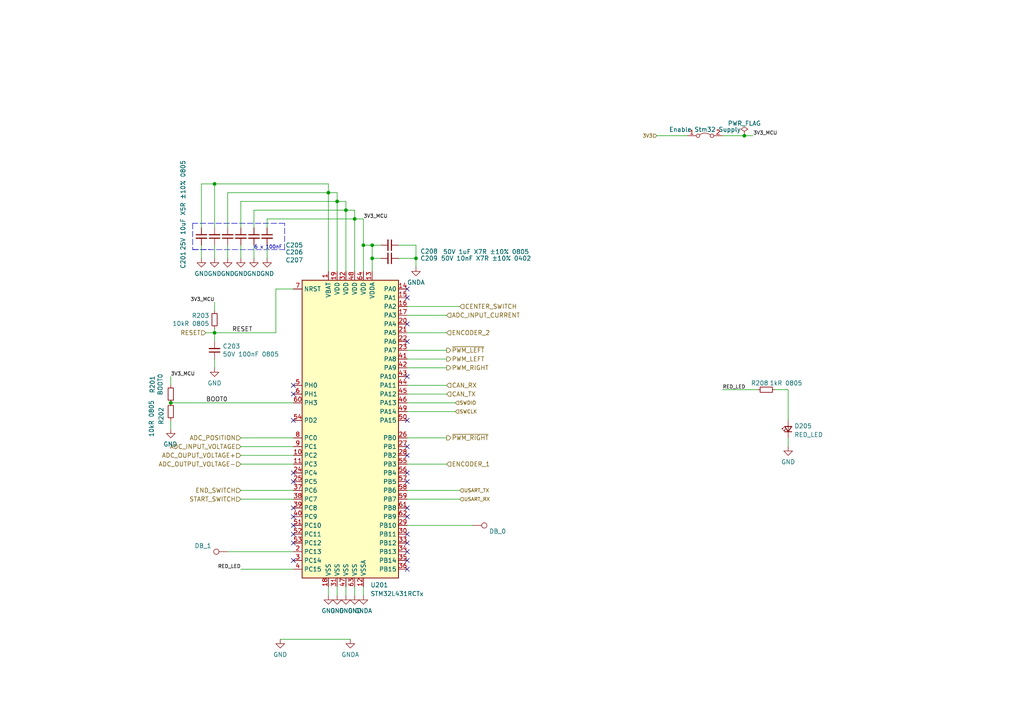
<source format=kicad_sch>
(kicad_sch (version 20250114) (generator "eeschema") (generator_version "9.0")
  (paper "A4")
  (lib_symbols
    (symbol "Connector:TestPoint" (pin_numbers (hide yes)) (pin_names (offset 0.762) (hide yes))
      (property "Reference" "TP" (at 0 6.858 0))
      (property "Value" "TestPoint" (at 0 5.08 0))
      (symbol "TestPoint_0_1"
        (circle (center 0 3.302) (radius 0.762))
      )
      (symbol "TestPoint_1_1"
        (pin passive line (at 0 0 90) (length 2.54) (name "1") (number "1"))
      )
    )
    (symbol "Device:C_Small" (pin_numbers (hide yes)) (pin_names (offset 0.254) (hide yes))
      (property "Reference" "C" (at 0.254 1.778 0))
      (property "Value" "C_Small" (at 0.254 -2.032 0))
      (symbol "C_Small_0_1"
        (polyline (pts (xy -1.524 0.508) (xy 1.524 0.508)) (stroke (width 0.3048)))
        (polyline (pts (xy -1.524 -0.508) (xy 1.524 -0.508)) (stroke (width 0.3302)))
      )
      (symbol "C_Small_1_1"
        (pin passive line (at 0 2.54 270) (length 2.032) (name "~") (number "1"))
        (pin passive line (at 0 -2.54 90) (length 2.032) (name "~") (number "2"))
      )
    )
    (symbol "Device:LED_Small" (pin_numbers (hide yes)) (pin_names (offset 0.254) (hide yes))
      (property "Reference" "D" (at -1.27 3.175 0))
      (property "Value" "LED_Small" (at -4.445 -2.54 0))
      (symbol "LED_Small_0_1"
        (polyline (pts (xy -0.762 -1.016) (xy -0.762 1.016)) (stroke (width 0.254)))
        (polyline (pts (xy 0 0.762) (xy -0.508 1.27) (xy -0.254 1.27) (xy -0.508 1.27) (xy -0.508 1.016)))
        (polyline (pts (xy 0.508 1.27) (xy 0 1.778) (xy 0.254 1.778) (xy 0 1.778) (xy 0 1.524)))
        (polyline (pts (xy 0.762 -1.016) (xy -0.762 0) (xy 0.762 1.016) (xy 0.762 -1.016)) (stroke (width 0.254)))
        (polyline (pts (xy 1.016 0) (xy -0.762 0)))
      )
      (symbol "LED_Small_1_1"
        (pin passive line (at -2.54 0 0) (length 1.778) (name "K") (number "1"))
        (pin passive line (at 2.54 0 180) (length 1.778) (name "A") (number "2"))
      )
    )
    (symbol "Device:R_Small" (pin_numbers (hide yes)) (pin_names (offset 0.254) (hide yes))
      (property "Reference" "R" (at 0.762 0.508 0))
      (property "Value" "R_Small" (at 0.762 -1.016 0))
      (symbol "R_Small_0_1"
        (rectangle (start -0.762 1.778) (end 0.762 -1.778) (stroke (width 0.2032)))
      )
      (symbol "R_Small_1_1"
        (pin passive line (at 0 2.54 270) (length 0.762) (name "~") (number "1"))
        (pin passive line (at 0 -2.54 90) (length 0.762) (name "~") (number "2"))
      )
    )
    (symbol "Jumper:Jumper_2_Bridged" (pin_names (offset 0) (hide yes))
      (property "Reference" "JP" (at 0 1.905 0))
      (property "Value" "Jumper_2_Bridged" (at 0 -2.54 0))
      (symbol "Jumper_2_Bridged_0_0"
        (circle (center -2.032 0) (radius 0.508))
        (circle (center 2.032 0) (radius 0.508))
      )
      (symbol "Jumper_2_Bridged_0_1"
        (arc (start -1.524 0.254) (mid 0 0.762) (end 1.524 0.254))
      )
      (symbol "Jumper_2_Bridged_1_1"
        (pin passive line (at -5.08 0 0) (length 2.54) (name "A") (number "1"))
        (pin passive line (at 5.08 0 180) (length 2.54) (name "B") (number "2"))
      )
    )
    (symbol "MCU_ST_STM32L4:STM32L431RCTx"
      (property "Reference" "U" (at -15.24 44.45 0))
      (property "Value" "STM32L431RCTx" (at 7.62 44.45 0))
      (symbol "STM32L431RCTx_0_1"
        (rectangle (start -15.24 -43.18) (end 12.7 43.18) (stroke (width 0.254)) (fill (type background)))
      )
      (symbol "STM32L431RCTx_1_1"
        (pin input line (at -17.78 40.64 0) (length 2.54) (name "NRST") (number "7"))
        (pin input line (at -17.78 12.7 0) (length 2.54) (name "PH0") (number "5"))
        (pin input line (at -17.78 10.16 0) (length 2.54) (name "PH1") (number "6"))
        (pin bidirectional line (at -17.78 7.62 0) (length 2.54) (name "PH3") (number "60"))
        (pin bidirectional line (at -17.78 2.54 0) (length 2.54) (name "PD2") (number "54"))
        (pin bidirectional line (at -17.78 -2.54 0) (length 2.54) (name "PC0") (number "8"))
        (pin bidirectional line (at -17.78 -5.08 0) (length 2.54) (name "PC1") (number "9"))
        (pin bidirectional line (at -17.78 -7.62 0) (length 2.54) (name "PC2") (number "10"))
        (pin bidirectional line (at -17.78 -10.16 0) (length 2.54) (name "PC3") (number "11"))
        (pin bidirectional line (at -17.78 -12.7 0) (length 2.54) (name "PC4") (number "24"))
        (pin bidirectional line (at -17.78 -15.24 0) (length 2.54) (name "PC5") (number "25"))
        (pin bidirectional line (at -17.78 -17.78 0) (length 2.54) (name "PC6") (number "37"))
        (pin bidirectional line (at -17.78 -20.32 0) (length 2.54) (name "PC7") (number "38"))
        (pin bidirectional line (at -17.78 -22.86 0) (length 2.54) (name "PC8") (number "39"))
        (pin bidirectional line (at -17.78 -25.4 0) (length 2.54) (name "PC9") (number "40"))
        (pin bidirectional line (at -17.78 -27.94 0) (length 2.54) (name "PC10") (number "51"))
        (pin bidirectional line (at -17.78 -30.48 0) (length 2.54) (name "PC11") (number "52"))
        (pin bidirectional line (at -17.78 -33.02 0) (length 2.54) (name "PC12") (number "53"))
        (pin bidirectional line (at -17.78 -35.56 0) (length 2.54) (name "PC13") (number "2"))
        (pin bidirectional line (at -17.78 -38.1 0) (length 2.54) (name "PC14") (number "3"))
        (pin bidirectional line (at -17.78 -40.64 0) (length 2.54) (name "PC15") (number "4"))
        (pin power_in line (at -7.62 45.72 270) (length 2.54) (name "VBAT") (number "1"))
        (pin power_in line (at -7.62 -45.72 90) (length 2.54) (name "VSS") (number "18"))
        (pin power_in line (at -5.08 45.72 270) (length 2.54) (name "VDD") (number "19"))
        (pin power_in line (at -5.08 -45.72 90) (length 2.54) (name "VSS") (number "31"))
        (pin power_in line (at -2.54 45.72 270) (length 2.54) (name "VDD") (number "32"))
        (pin power_in line (at -2.54 -45.72 90) (length 2.54) (name "VSS") (number "47"))
        (pin power_in line (at 0 45.72 270) (length 2.54) (name "VDD") (number "48"))
        (pin power_in line (at 0 -45.72 90) (length 2.54) (name "VSS") (number "63"))
        (pin power_in line (at 2.54 45.72 270) (length 2.54) (name "VDD") (number "64"))
        (pin power_in line (at 2.54 -45.72 90) (length 2.54) (name "VSSA") (number "12"))
        (pin power_in line (at 5.08 45.72 270) (length 2.54) (name "VDDA") (number "13"))
        (pin bidirectional line (at 15.24 40.64 180) (length 2.54) (name "PA0") (number "14"))
        (pin bidirectional line (at 15.24 38.1 180) (length 2.54) (name "PA1") (number "15"))
        (pin bidirectional line (at 15.24 35.56 180) (length 2.54) (name "PA2") (number "16"))
        (pin bidirectional line (at 15.24 33.02 180) (length 2.54) (name "PA3") (number "17"))
        (pin bidirectional line (at 15.24 30.48 180) (length 2.54) (name "PA4") (number "20"))
        (pin bidirectional line (at 15.24 27.94 180) (length 2.54) (name "PA5") (number "21"))
        (pin bidirectional line (at 15.24 25.4 180) (length 2.54) (name "PA6") (number "22"))
        (pin bidirectional line (at 15.24 22.86 180) (length 2.54) (name "PA7") (number "23"))
        (pin bidirectional line (at 15.24 20.32 180) (length 2.54) (name "PA8") (number "41"))
        (pin bidirectional line (at 15.24 17.78 180) (length 2.54) (name "PA9") (number "42"))
        (pin bidirectional line (at 15.24 15.24 180) (length 2.54) (name "PA10") (number "43"))
        (pin bidirectional line (at 15.24 12.7 180) (length 2.54) (name "PA11") (number "44"))
        (pin bidirectional line (at 15.24 10.16 180) (length 2.54) (name "PA12") (number "45"))
        (pin bidirectional line (at 15.24 7.62 180) (length 2.54) (name "PA13") (number "46"))
        (pin bidirectional line (at 15.24 5.08 180) (length 2.54) (name "PA14") (number "49"))
        (pin bidirectional line (at 15.24 2.54 180) (length 2.54) (name "PA15") (number "50"))
        (pin bidirectional line (at 15.24 -2.54 180) (length 2.54) (name "PB0") (number "26"))
        (pin bidirectional line (at 15.24 -5.08 180) (length 2.54) (name "PB1") (number "27"))
        (pin bidirectional line (at 15.24 -7.62 180) (length 2.54) (name "PB2") (number "28"))
        (pin bidirectional line (at 15.24 -10.16 180) (length 2.54) (name "PB3") (number "55"))
        (pin bidirectional line (at 15.24 -12.7 180) (length 2.54) (name "PB4") (number "56"))
        (pin bidirectional line (at 15.24 -15.24 180) (length 2.54) (name "PB5") (number "57"))
        (pin bidirectional line (at 15.24 -17.78 180) (length 2.54) (name "PB6") (number "58"))
        (pin bidirectional line (at 15.24 -20.32 180) (length 2.54) (name "PB7") (number "59"))
        (pin bidirectional line (at 15.24 -22.86 180) (length 2.54) (name "PB8") (number "61"))
        (pin bidirectional line (at 15.24 -25.4 180) (length 2.54) (name "PB9") (number "62"))
        (pin bidirectional line (at 15.24 -27.94 180) (length 2.54) (name "PB10") (number "29"))
        (pin bidirectional line (at 15.24 -30.48 180) (length 2.54) (name "PB11") (number "30"))
        (pin bidirectional line (at 15.24 -33.02 180) (length 2.54) (name "PB12") (number "33"))
        (pin bidirectional line (at 15.24 -35.56 180) (length 2.54) (name "PB13") (number "34"))
        (pin bidirectional line (at 15.24 -38.1 180) (length 2.54) (name "PB14") (number "35"))
        (pin bidirectional line (at 15.24 -40.64 180) (length 2.54) (name "PB15") (number "36"))
      )
    )
    (symbol "power:GND" (power) (pin_names (offset 0))
      (property "Value" "GND" (at 0 -3.81 0))
      (symbol "GND_0_1"
        (polyline (pts (xy 0 0) (xy 0 -1.27) (xy 1.27 -1.27) (xy 0 -2.54) (xy -1.27 -1.27) (xy 0 -1.27)))
      )
      (symbol "GND_1_1"
        (pin power_in line (at 0 0 270) (length 0) (hide yes) (name "GND") (number "1"))
      )
    )
    (symbol "power:GNDA" (power) (pin_names (offset 0))
      (property "Value" "GNDA" (at 0 -3.81 0))
      (symbol "GNDA_0_1"
        (polyline (pts (xy 0 0) (xy 0 -1.27) (xy 1.27 -1.27) (xy 0 -2.54) (xy -1.27 -1.27) (xy 0 -1.27)))
      )
      (symbol "GNDA_1_1"
        (pin power_in line (at 0 0 270) (length 0) (hide yes) (name "GNDA") (number "1"))
      )
    )
    (symbol "power:PWR_FLAG" (power) (pin_numbers (hide yes)) (pin_names (offset 0) (hide yes))
      (property "Value" "PWR_FLAG" (at 0 3.81 0))
      (symbol "PWR_FLAG_0_0"
        (pin power_out line (at 0 0 90) (length 0) (name "pwr") (number "1"))
      )
      (symbol "PWR_FLAG_0_1"
        (polyline (pts (xy 0 0) (xy 0 1.27) (xy -1.016 1.905) (xy 0 2.54) (xy 1.016 1.905) (xy 0 1.27)))
      )
    )
  )
  (text "6 x 100nF" (at 73.66 72.39 0) (effects (font (size 1.016 1.016)) (justify left bottom)))
  (junction (at 62.23 53.34))
  (junction (at 95.25 55.88))
  (junction (at 105.41 71.12))
  (junction (at 120.65 74.93))
  (junction (at 100.33 60.96))
  (junction (at 62.23 96.52))
  (junction (at 102.87 63.5))
  (junction (at 107.95 71.12))
  (junction (at 215.9 39.37))
  (junction (at 97.79 58.42))
  (junction (at 49.53 116.84))
  (junction (at 107.95 74.93))
  (no_connect (at 118.11 132.08))
  (no_connect (at 85.09 114.3))
  (no_connect (at 85.09 149.86))
  (no_connect (at 118.11 121.92))
  (no_connect (at 85.09 147.32))
  (no_connect (at 85.09 111.76))
  (no_connect (at 118.11 157.48))
  (no_connect (at 118.11 147.32))
  (no_connect (at 118.11 149.86))
  (no_connect (at 118.11 109.22))
  (no_connect (at 85.09 154.94))
  (no_connect (at 118.11 86.36))
  (no_connect (at 118.11 137.16))
  (no_connect (at 85.09 157.48))
  (no_connect (at 118.11 93.98))
  (no_connect (at 118.11 139.7))
  (no_connect (at 85.09 152.4))
  (no_connect (at 118.11 165.1))
  (no_connect (at 118.11 83.82))
  (no_connect (at 118.11 99.06))
  (no_connect (at 118.11 154.94))
  (no_connect (at 85.09 139.7))
  (no_connect (at 85.09 137.16))
  (no_connect (at 118.11 162.56))
  (no_connect (at 118.11 160.02))
  (no_connect (at 85.09 162.56))
  (no_connect (at 118.11 129.54))
  (no_connect (at 85.09 121.92))
  (wire (pts (xy 118.11 144.78) (xy 133.35 144.78)))
  (wire (pts (xy 81.28 185.42) (xy 101.6 185.42)))
  (wire (pts (xy 49.53 121.92) (xy 49.53 124.46)))
  (wire (pts (xy 95.25 170.18) (xy 95.25 172.72)))
  (wire (pts (xy 228.6 127) (xy 228.6 129.54)))
  (wire (pts (xy 105.41 63.5) (xy 105.41 71.12)))
  (wire (pts (xy 118.11 134.62) (xy 129.54 134.62)))
  (wire (pts (xy 66.04 55.88) (xy 95.25 55.88)))
  (wire (pts (xy 118.11 101.6) (xy 129.54 101.6)))
  (wire (pts (xy 120.65 71.12) (xy 120.65 74.93)))
  (wire (pts (xy 69.85 134.62) (xy 85.09 134.62)))
  (wire (pts (xy 107.95 71.12) (xy 110.49 71.12)))
  (wire (pts (xy 100.33 60.96) (xy 102.87 60.96)))
  (wire (pts (xy 73.66 71.12) (xy 73.66 74.93)))
  (wire (pts (xy 97.79 170.18) (xy 97.79 172.72)))
  (wire (pts (xy 80.01 83.82) (xy 85.09 83.82)))
  (wire (pts (xy 66.04 71.12) (xy 66.04 74.93)))
  (wire (pts (xy 118.11 119.38) (xy 132.08 119.38)))
  (wire (pts (xy 118.11 114.3) (xy 129.54 114.3)))
  (wire (pts (xy 209.55 113.03) (xy 219.71 113.03)))
  (wire (pts (xy 69.85 129.54) (xy 85.09 129.54)))
  (wire (pts (xy 85.09 142.24) (xy 69.85 142.24)))
  (wire (pts (xy 95.25 55.88) (xy 95.25 78.74)))
  (wire (pts (xy 69.85 71.12) (xy 69.85 74.93)))
  (wire (pts (xy 77.47 71.12) (xy 77.47 74.93)))
  (polyline (pts (xy 55.88 72.39) (xy 82.55 72.39)) (stroke (width 0) (type dash)))
  (wire (pts (xy 100.33 170.18) (xy 100.33 172.72)))
  (wire (pts (xy 58.42 71.12) (xy 58.42 74.93)))
  (wire (pts (xy 105.41 170.18) (xy 105.41 172.72)))
  (wire (pts (xy 102.87 63.5) (xy 102.87 78.74)))
  (wire (pts (xy 102.87 170.18) (xy 102.87 172.72)))
  (wire (pts (xy 97.79 58.42) (xy 97.79 78.74)))
  (wire (pts (xy 118.11 127) (xy 129.54 127)))
  (wire (pts (xy 77.47 63.5) (xy 102.87 63.5)))
  (wire (pts (xy 118.11 96.52) (xy 129.54 96.52)))
  (wire (pts (xy 115.57 74.93) (xy 120.65 74.93)))
  (wire (pts (xy 80.01 96.52) (xy 80.01 83.82)))
  (wire (pts (xy 102.87 60.96) (xy 102.87 63.5)))
  (wire (pts (xy 118.11 142.24) (xy 133.35 142.24)))
  (wire (pts (xy 190.5 39.37) (xy 199.39 39.37)))
  (wire (pts (xy 62.23 106.68) (xy 62.23 104.14)))
  (wire (pts (xy 102.87 63.5) (xy 105.41 63.5)))
  (wire (pts (xy 95.25 53.34) (xy 95.25 55.88)))
  (wire (pts (xy 107.95 74.93) (xy 107.95 78.74)))
  (wire (pts (xy 85.09 165.1) (xy 69.85 165.1)))
  (wire (pts (xy 62.23 66.04) (xy 62.23 53.34)))
  (wire (pts (xy 62.23 87.63) (xy 62.23 90.17)))
  (wire (pts (xy 62.23 96.52) (xy 80.01 96.52)))
  (wire (pts (xy 69.85 66.04) (xy 69.85 58.42)))
  (wire (pts (xy 118.11 91.44) (xy 129.54 91.44)))
  (wire (pts (xy 137.16 152.4) (xy 118.11 152.4)))
  (wire (pts (xy 49.53 116.84) (xy 85.09 116.84)))
  (wire (pts (xy 66.04 160.02) (xy 85.09 160.02)))
  (wire (pts (xy 58.42 53.34) (xy 62.23 53.34)))
  (wire (pts (xy 100.33 58.42) (xy 100.33 60.96)))
  (polyline (pts (xy 82.55 64.77) (xy 55.88 64.77)) (stroke (width 0) (type dash)))
  (wire (pts (xy 49.53 109.22) (xy 49.53 111.76)))
  (wire (pts (xy 85.09 144.78) (xy 69.85 144.78)))
  (wire (pts (xy 118.11 111.76) (xy 129.54 111.76)))
  (wire (pts (xy 77.47 63.5) (xy 77.47 66.04)))
  (wire (pts (xy 73.66 60.96) (xy 100.33 60.96)))
  (wire (pts (xy 120.65 74.93) (xy 120.65 77.47)))
  (wire (pts (xy 59.69 96.52) (xy 62.23 96.52)))
  (wire (pts (xy 118.11 116.84) (xy 132.08 116.84)))
  (polyline (pts (xy 82.55 72.39) (xy 82.55 64.77)) (stroke (width 0) (type dash)))
  (wire (pts (xy 115.57 71.12) (xy 120.65 71.12)))
  (wire (pts (xy 62.23 71.12) (xy 62.23 74.93)))
  (wire (pts (xy 110.49 74.93) (xy 107.95 74.93)))
  (wire (pts (xy 107.95 71.12) (xy 107.95 74.93)))
  (wire (pts (xy 62.23 95.25) (xy 62.23 96.52)))
  (wire (pts (xy 215.9 39.37) (xy 218.44 39.37)))
  (polyline (pts (xy 55.88 72.39) (xy 60.96 72.39)) (stroke (width 0) (type dash)))
  (wire (pts (xy 97.79 58.42) (xy 100.33 58.42)))
  (wire (pts (xy 118.11 106.68) (xy 129.54 106.68)))
  (polyline (pts (xy 55.88 64.77) (xy 55.88 72.39)) (stroke (width 0) (type dash)))
  (wire (pts (xy 118.11 88.9) (xy 133.35 88.9)))
  (wire (pts (xy 69.85 127) (xy 85.09 127)))
  (wire (pts (xy 97.79 55.88) (xy 97.79 58.42)))
  (wire (pts (xy 69.85 58.42) (xy 97.79 58.42)))
  (wire (pts (xy 58.42 53.34) (xy 58.42 66.04)))
  (wire (pts (xy 105.41 71.12) (xy 107.95 71.12)))
  (wire (pts (xy 66.04 66.04) (xy 66.04 55.88)))
  (wire (pts (xy 100.33 60.96) (xy 100.33 78.74)))
  (wire (pts (xy 228.6 113.03) (xy 224.79 113.03)))
  (wire (pts (xy 118.11 104.14) (xy 129.54 104.14)))
  (wire (pts (xy 73.66 60.96) (xy 73.66 66.04)))
  (wire (pts (xy 105.41 71.12) (xy 105.41 78.74)))
  (wire (pts (xy 62.23 96.52) (xy 62.23 99.06)))
  (wire (pts (xy 228.6 121.92) (xy 228.6 113.03)))
  (wire (pts (xy 69.85 132.08) (xy 85.09 132.08)))
  (wire (pts (xy 209.55 39.37) (xy 215.9 39.37)))
  (wire (pts (xy 62.23 53.34) (xy 95.25 53.34)))
  (wire (pts (xy 95.25 55.88) (xy 97.79 55.88)))
  (label "RED_LED" (at 209.55 113.03 0) (effects (font (size 1.016 1.016))))
  (label "BOOT0" (at 66.04 116.84 180))
  (label "3V3_MCU" (at 218.44 39.37 0) (effects (font (size 1.016 1.016))))
  (label "3V3_MCU" (at 105.41 63.5 0) (effects (font (size 1.016 1.016))))
  (label "3V3_MCU" (at 62.23 87.63 180) (effects (font (size 1.016 1.016))))
  (label "RED_LED" (at 69.85 165.1 180) (effects (font (size 1.016 1.016))))
  (label "3V3_MCU" (at 49.53 109.22 0) (effects (font (size 1.016 1.016))))
  (label "RESET" (at 67.31 96.52 0))
  (hierarchical_label "CAN_RX" (shape input) (at 129.54 111.76 0))
  (hierarchical_label "ADC_POSITION" (shape input) (at 69.85 127 180))
  (hierarchical_label "ENCODER_2" (shape input) (at 129.54 96.52 0))
  (hierarchical_label "USART_RX" (shape input) (at 133.35 144.78 0) (effects (font (size 1.016 1.016))))
  (hierarchical_label "ADC_OUPUT_VOLTAGE+" (shape input) (at 69.85 132.08 180))
  (hierarchical_label "3V3" (shape input) (at 190.5 39.37 180) (effects (font (size 1.016 1.016))))
  (hierarchical_label "~{PWM_RIGHT}" (shape output) (at 129.54 127 0))
  (hierarchical_label "ADC_INPUT_VOLTAGE" (shape input) (at 69.85 129.54 180))
  (hierarchical_label "CENTER_SWITCH" (shape input) (at 133.35 88.9 0))
  (hierarchical_label "RESET" (shape input) (at 59.69 96.52 180))
  (hierarchical_label "ADC_INPUT_CURRENT" (shape input) (at 129.54 91.44 0))
  (hierarchical_label "SWCLK" (shape input) (at 132.08 119.38 0) (effects (font (size 1.016 1.016))))
  (hierarchical_label "USART_TX" (shape input) (at 133.35 142.24 0) (effects (font (size 1.016 1.016))))
  (hierarchical_label "ADC_OUTPUT_VOLTAGE-" (shape input) (at 69.85 134.62 180))
  (hierarchical_label "START_SWITCH" (shape input) (at 69.85 144.78 180))
  (hierarchical_label "PWM_RIGHT" (shape output) (at 129.54 106.68 0))
  (hierarchical_label "END_SWITCH" (shape input) (at 69.85 142.24 180))
  (hierarchical_label "~{PWM_LEFT}" (shape output) (at 129.54 101.6 0))
  (hierarchical_label "SWDIO" (shape input) (at 132.08 116.84 0) (effects (font (size 1.016 1.016))))
  (hierarchical_label "ENCODER_1" (shape input) (at 129.54 134.62 0))
  (hierarchical_label "CAN_TX" (shape input) (at 129.54 114.3 0))
  (hierarchical_label "PWM_LEFT" (shape output) (at 129.54 104.14 0))
  (symbol (lib_id "power:GND") (at 102.87 172.72 0) (unit 1)
    (property "Reference" "#PWR0213" (effects (hide yes)))
    (property "Value" "GND" (at 102.87 177.1634 0))
  )
  (symbol (lib_id "Device:C_Small") (at 113.03 74.93 270) (mirror x) (unit 1)
    (property "Reference" "C209" (at 124.46 74.93 90))
    (property "Value" "50V 10nF X7R ±10% 0402" (at 140.97 74.93 90))
    (property "Footprint" "Capacitor_SMD:C_0805_2012Metric_Pad1.18x1.45mm_HandSolder" (effects (hide yes)))
  )
  (symbol (lib_id "Device:C_Small") (at 69.85 68.58 0) (unit 1)
    (property "Reference" "C205" (at 82.804 71.12 0) (effects (justify left)))
    (property "Value" "50V 100nF X7R ±10% 0402" (effects (hide yes)))
    (property "Footprint" "Capacitor_SMD:C_0805_2012Metric_Pad1.18x1.45mm_HandSolder" (effects (hide yes)))
  )
  (symbol (lib_id "power:GND") (at 95.25 172.72 0) (unit 1)
    (property "Reference" "#PWR0210" (effects (hide yes)))
    (property "Value" "GND" (at 95.25 177.1634 0))
  )
  (symbol (lib_id "Connector:TestPoint") (at 66.04 160.02 90) (unit 1)
    (property "Reference" "TP202" (effects (hide yes)))
    (property "Value" "DB_1" (at 61.341 158.3178 90) (effects (justify left)))
    (property "Footprint" "TestPoint:TestPoint_Pad_1.0x1.0mm" (effects (hide yes)))
  )
  (symbol (lib_id "Device:C_Small") (at 77.47 68.58 0) (unit 1)
    (property "Reference" "C207" (at 82.804 75.438 0) (effects (justify left)))
    (property "Value" "50V 100nF X7R ±10% 0402" (effects (hide yes)))
    (property "Footprint" "Capacitor_SMD:C_0805_2012Metric_Pad1.18x1.45mm_HandSolder" (effects (hide yes)))
  )
  (symbol (lib_id "power:GNDA") (at 120.65 77.47 0) (unit 1)
    (property "Reference" "#PWR0215" (effects (hide yes)))
    (property "Value" "GNDA" (at 120.65 81.9134 0))
  )
  (symbol (lib_id "Device:C_Small") (at 113.03 71.12 270) (mirror x) (unit 1)
    (property "Reference" "C208" (at 124.46 72.898 90))
    (property "Value" "50V 1uF X7R ±10% 0805" (at 140.97 73.025 90))
    (property "Footprint" "Capacitor_SMD:C_0805_2012Metric_Pad1.18x1.45mm_HandSolder" (effects (hide yes)))
  )
  (symbol (lib_id "Device:LED_Small") (at 228.6 124.46 90) (unit 1)
    (property "Reference" "D205" (at 230.378 123.5618 90) (effects (justify right)))
    (property "Value" "RED_LED" (at 230.378 126.0987 90) (effects (justify right)))
    (property "Footprint" "LED_SMD:LED_0805_2012Metric_Pad1.15x1.40mm_HandSolder" (effects (hide yes)))
  )
  (symbol (lib_id "power:GNDA") (at 105.41 172.72 0) (unit 1)
    (property "Reference" "#PWR0214" (effects (hide yes)))
    (property "Value" "GNDA" (at 105.41 177.1634 0))
  )
  (symbol (lib_id "power:PWR_FLAG") (at 215.9 39.37 0) (unit 1)
    (property "Reference" "#FLG0203" (effects (hide yes)))
    (property "Value" "PWR_FLAG" (at 215.9 35.7942 0))
  )
  (symbol (lib_id "Device:C_Small") (at 62.23 68.58 180) (unit 1)
    (property "Reference" "C202" (effects (hide yes)))
    (property "Value" "50V 100nF 0805" (effects (hide yes)))
    (property "Footprint" "Capacitor_SMD:C_0805_2012Metric_Pad1.18x1.45mm_HandSolder" (effects (hide yes)))
  )
  (symbol (lib_id "Device:C_Small") (at 58.42 68.58 0) (unit 1)
    (property "Reference" "C201" (at 53.086 77.978 90) (effects (justify left)))
    (property "Value" "25V 10uF X5R ±10% 0805" (at 53.086 72.644 90) (effects (justify left)))
    (property "Footprint" "Capacitor_SMD:C_0805_2012Metric_Pad1.18x1.45mm_HandSolder" (effects (hide yes)))
  )
  (symbol (lib_id "Device:R_Small") (at 49.53 119.38 0) (mirror y) (unit 1)
    (property "Reference" "R202" (at 46.736 120.65 90))
    (property "Value" "10kR 0805" (at 43.942 121.412 90))
    (property "Footprint" "Resistor_SMD:R_0805_2012Metric_Pad1.20x1.40mm_HandSolder" (effects (hide yes)))
  )
  (symbol (lib_id "Device:C_Small") (at 62.23 101.6 180) (unit 1)
    (property "Reference" "C203" (at 64.5668 100.4316 0) (effects (justify right)))
    (property "Value" "50V 100nF 0805" (at 64.5668 102.743 0) (effects (justify right)))
    (property "Footprint" "Capacitor_SMD:C_0805_2012Metric_Pad1.18x1.45mm_HandSolder" (effects (hide yes)))
  )
  (symbol (lib_id "power:GND") (at 69.85 74.93 0) (unit 1)
    (property "Reference" "#PWR0206" (effects (hide yes)))
    (property "Value" "GND" (at 69.85 79.3734 0))
  )
  (symbol (lib_id "power:GND") (at 100.33 172.72 0) (unit 1)
    (property "Reference" "#PWR0212" (effects (hide yes)))
    (property "Value" "GND" (at 100.33 177.1634 0))
  )
  (symbol (lib_id "power:GND") (at 49.53 124.46 0) (mirror y) (unit 1)
    (property "Reference" "#PWR0201" (effects (hide yes)))
    (property "Value" "GND" (at 49.403 128.8542 0))
  )
  (symbol (lib_id "Jumper:Jumper_2_Bridged") (at 204.47 39.37 0) (unit 1)
    (property "Reference" "JP205" (effects (hide yes)))
    (property "Value" "Enable Stm32 Supply" (at 204.47 37.5721 0))
    (property "Footprint" "Jumper:SolderJumper-2_P1.3mm_Open_TrianglePad1.0x1.5mm" (effects (hide yes)))
  )
  (symbol (lib_id "power:GND") (at 77.47 74.93 0) (unit 1)
    (property "Reference" "#PWR0209" (effects (hide yes)))
    (property "Value" "GND" (at 77.47 79.3734 0))
  )
  (symbol (lib_id "Connector:TestPoint") (at 137.16 152.4 270) (unit 1)
    (property "Reference" "TP203" (effects (hide yes)))
    (property "Value" "DB_0" (at 141.859 154.1022 90) (effects (justify left)))
    (property "Footprint" "TestPoint:TestPoint_Pad_1.0x1.0mm" (effects (hide yes)))
  )
  (symbol (lib_id "power:GND") (at 97.79 172.72 0) (unit 1)
    (property "Reference" "#PWR0211" (effects (hide yes)))
    (property "Value" "GND" (at 97.79 177.1634 0))
  )
  (symbol (lib_id "power:GND") (at 58.42 74.93 0) (unit 1)
    (property "Reference" "#PWR0202" (effects (hide yes)))
    (property "Value" "GND" (at 58.42 79.3734 0))
  )
  (symbol (lib_id "Device:R_Small") (at 222.25 113.03 90) (mirror x) (unit 1)
    (property "Reference" "R208" (at 220.345 111.125 90))
    (property "Value" "1kR 0805" (at 227.965 111.125 90))
    (property "Footprint" "Resistor_SMD:R_0805_2012Metric_Pad1.20x1.40mm_HandSolder" (effects (hide yes)))
  )
  (symbol (lib_id "Device:C_Small") (at 66.04 68.58 180) (unit 1)
    (property "Reference" "C204" (effects (hide yes)))
    (property "Value" "50V 100nF 0805" (effects (hide yes)))
    (property "Footprint" "Capacitor_SMD:C_0805_2012Metric_Pad1.18x1.45mm_HandSolder" (effects (hide yes)))
  )
  (symbol (lib_id "power:GND") (at 66.04 74.93 0) (unit 1)
    (property "Reference" "#PWR0205" (effects (hide yes)))
    (property "Value" "GND" (at 66.04 79.3734 0))
  )
  (symbol (lib_id "power:GND") (at 228.6 129.54 0) (unit 1)
    (property "Reference" "#PWR0223" (effects (hide yes)))
    (property "Value" "GND" (at 228.6 133.9834 0))
  )
  (symbol (lib_id "Device:C_Small") (at 73.66 68.58 0) (unit 1)
    (property "Reference" "C206" (at 82.804 73.152 0) (effects (justify left)))
    (property "Value" "50V 100nF X7R ±10% 0402" (effects (hide yes)))
    (property "Footprint" "Capacitor_SMD:C_0805_2012Metric_Pad1.18x1.45mm_HandSolder" (effects (hide yes)))
  )
  (symbol (lib_id "Device:R_Small") (at 49.53 114.3 0) (mirror y) (unit 1)
    (property "Reference" "R201" (at 44.196 111.506 90))
    (property "Value" "BOOT0" (at 46.482 111.506 90))
    (property "Footprint" "Resistor_SMD:R_0805_2012Metric_Pad1.20x1.40mm_HandSolder" (effects (hide yes)))
  )
  (symbol (lib_id "power:GND") (at 62.23 74.93 0) (unit 1)
    (property "Reference" "#PWR0203" (effects (hide yes)))
    (property "Value" "GND" (at 62.23 79.3734 0))
  )
  (symbol (lib_id "power:GND") (at 73.66 74.93 0) (unit 1)
    (property "Reference" "#PWR0208" (effects (hide yes)))
    (property "Value" "GND" (at 73.66 79.3734 0))
  )
  (symbol (lib_id "power:GNDA") (at 101.6 185.42 0) (unit 1)
    (property "Reference" "#PWR0207" (effects (hide yes)))
    (property "Value" "GNDA" (at 101.6 189.8634 0))
  )
  (symbol (lib_id "MCU_ST_STM32L4:STM32L431RCTx") (at 102.87 124.46 0) (unit 1)
    (property "Reference" "U201" (at 107.4294 169.6704 0) (effects (justify left)))
    (property "Value" "STM32L431RCTx" (at 107.4294 172.2073 0) (effects (justify left)))
    (property "Footprint" "Package_QFP:LQFP-64_10x10mm_P0.5mm" (effects (hide yes)))
    (property "Datasheet" "http://www.st.com/st-web-ui/static/active/en/resource/technical/document/datasheet/DM00257211.pdf" (effects (hide yes)))
  )
  (symbol (lib_id "power:GND") (at 62.23 106.68 0) (unit 1)
    (property "Reference" "#PWR0204" (effects (hide yes)))
    (property "Value" "GND" (at 62.23 111.1234 0))
  )
  (symbol (lib_id "Device:R_Small") (at 62.23 92.71 0) (mirror x) (unit 1)
    (property "Reference" "R203" (at 60.7314 91.5416 0) (effects (justify right)))
    (property "Value" "10kR 0805" (at 60.7314 93.853 0) (effects (justify right)))
    (property "Footprint" "Resistor_SMD:R_0805_2012Metric_Pad1.20x1.40mm_HandSolder" (effects (hide yes)))
  )
  (symbol (lib_id "power:GND") (at 81.28 185.42 0) (unit 1)
    (property "Reference" "#PWR0216" (effects (hide yes)))
    (property "Value" "GND" (at 81.28 189.8634 0))
  )
)
</source>
